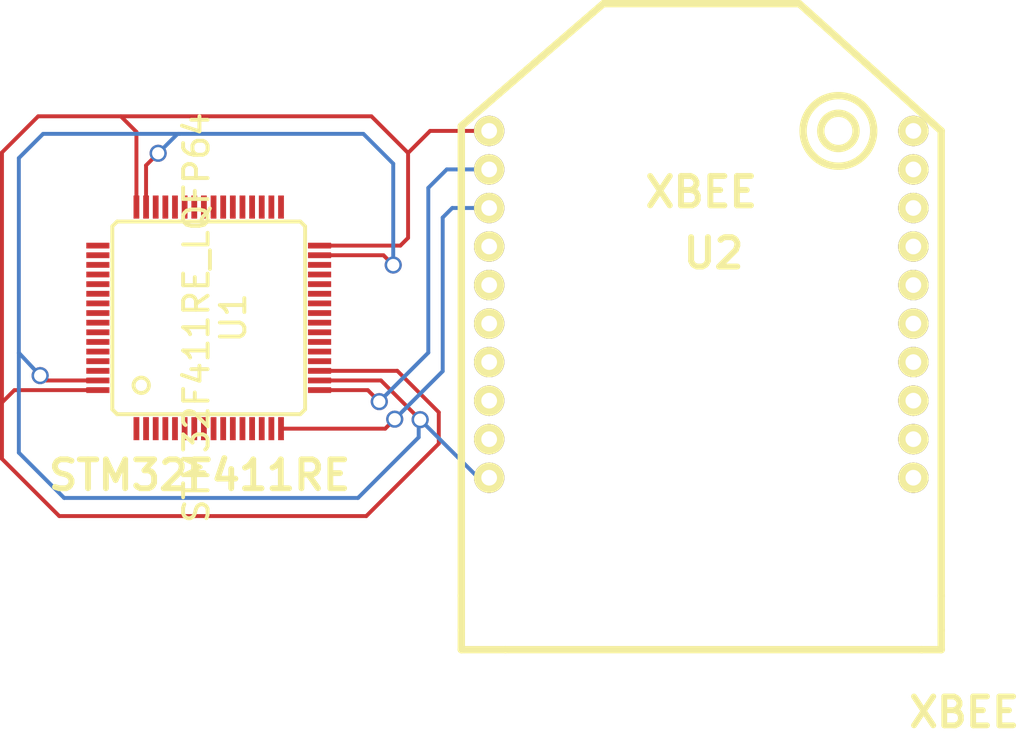
<source format=kicad_pcb>
(kicad_pcb (version 3) (host pcbnew "(2013-jul-07)-stable")

  (general
    (links 10)
    (no_connects 0)
    (area 200.914 99.568 255.117429 139.579)
    (thickness 1.6)
    (drawings 2)
    (tracks 68)
    (zones 0)
    (modules 2)
    (nets 5)
  )

  (page A3)
  (layers
    (15 F.Cu signal)
    (0 B.Cu signal)
    (16 B.Adhes user)
    (17 F.Adhes user)
    (18 B.Paste user)
    (19 F.Paste user)
    (20 B.SilkS user)
    (21 F.SilkS user)
    (22 B.Mask user)
    (23 F.Mask user)
    (24 Dwgs.User user)
    (25 Cmts.User user)
    (26 Eco1.User user)
    (27 Eco2.User user)
    (28 Edge.Cuts user)
  )

  (setup
    (last_trace_width 0.2032)
    (user_trace_width 0.1524)
    (user_trace_width 0.2032)
    (user_trace_width 0.254)
    (trace_clearance 0.1524)
    (zone_clearance 0.508)
    (zone_45_only no)
    (trace_min 0.1524)
    (segment_width 0.2)
    (edge_width 0.1)
    (via_size 0.889)
    (via_drill 0.635)
    (via_min_size 0.7112)
    (via_min_drill 0.3302)
    (uvia_size 0.508)
    (uvia_drill 0.127)
    (uvias_allowed no)
    (uvia_min_size 0.508)
    (uvia_min_drill 0.127)
    (pcb_text_width 0.3)
    (pcb_text_size 1.5 1.5)
    (mod_edge_width 0.15)
    (mod_text_size 1 1)
    (mod_text_width 0.15)
    (pad_size 1.5748 1.5748)
    (pad_drill 0.8128)
    (pad_to_mask_clearance 0)
    (aux_axis_origin 0 0)
    (visible_elements FFFFFFBF)
    (pcbplotparams
      (layerselection 3178497)
      (usegerberextensions true)
      (excludeedgelayer true)
      (linewidth 0.150000)
      (plotframeref false)
      (viasonmask false)
      (mode 1)
      (useauxorigin false)
      (hpglpennumber 1)
      (hpglpenspeed 20)
      (hpglpendiameter 15)
      (hpglpenoverlay 2)
      (psnegative false)
      (psa4output false)
      (plotreference true)
      (plotvalue true)
      (plotothertext true)
      (plotinvisibletext false)
      (padsonsilk false)
      (subtractmaskfromsilk false)
      (outputformat 1)
      (mirror false)
      (drillshape 1)
      (scaleselection 1)
      (outputdirectory ""))
  )

  (net 0 "")
  (net 1 /RADIO_RX)
  (net 2 /RADIO_TX)
  (net 3 3V3)
  (net 4 GND)

  (net_class Default "This is the default net class."
    (clearance 0.1524)
    (trace_width 0.1524)
    (via_dia 0.889)
    (via_drill 0.635)
    (uvia_dia 0.508)
    (uvia_drill 0.127)
    (add_net "")
    (add_net /RADIO_RX)
    (add_net /RADIO_TX)
    (add_net 3V3)
    (add_net GND)
  )

  (net_class Power ""
    (clearance 0.254)
    (trace_width 0.254)
    (via_dia 0.889)
    (via_drill 0.635)
    (uvia_dia 0.508)
    (uvia_drill 0.127)
  )

  (module XBee-pro (layer F.Cu) (tedit 542CF17B) (tstamp 542CF3D3)
    (at 238.506 108.204)
    (path /542CD8A3)
    (fp_text reference U2 (at 0.635 6.35) (layer F.SilkS)
      (effects (font (size 1.524 1.524) (thickness 0.3048)))
    )
    (fp_text value XBEE (at 0 3.175) (layer F.SilkS)
      (effects (font (size 1.524 1.524) (thickness 0.3048)))
    )
    (fp_line (start 12.446 25.908) (end 12.446 26.924) (layer F.SilkS) (width 0.381))
    (fp_line (start -12.446 25.908) (end -12.446 26.924) (layer F.SilkS) (width 0.381))
    (fp_line (start -12.446 24.13) (end -12.446 25.908) (layer F.SilkS) (width 0.381))
    (fp_line (start 12.446 24.13) (end 12.446 25.908) (layer F.SilkS) (width 0.381))
    (fp_circle (center 7.112 0) (end 7.874 0.508) (layer F.SilkS) (width 0.381))
    (fp_circle (center 7.112 0) (end 8.636 1.016) (layer F.SilkS) (width 0.381))
    (fp_line (start -10.16 26.924) (end -12.446 26.924) (layer F.SilkS) (width 0.381))
    (fp_line (start 5.08 -6.604) (end 12.446 0) (layer F.SilkS) (width 0.381))
    (fp_line (start 11.43 26.924) (end 12.446 26.924) (layer F.SilkS) (width 0.381))
    (fp_line (start -10.16 26.924) (end 11.43 26.924) (layer F.SilkS) (width 0.381))
    (fp_line (start -12.446 24.13) (end -12.446 -0.254) (layer F.SilkS) (width 0.381))
    (fp_line (start 12.446 0) (end 12.446 24.13) (layer F.SilkS) (width 0.381))
    (fp_line (start -12.446 -0.254) (end -5.08 -6.604) (layer F.SilkS) (width 0.381))
    (fp_line (start -5.08 -6.604) (end 5.08 -6.604) (layer F.SilkS) (width 0.381))
    (pad 20 thru_hole circle (at 11.00074 0) (size 1.5748 1.5748) (drill 0.8128)
      (layers *.Cu *.Mask F.SilkS)
    )
    (pad 16 thru_hole circle (at 11.00074 8.001) (size 1.5748 1.5748) (drill 0.8128)
      (layers *.Cu *.Mask F.SilkS)
    )
    (pad 14 thru_hole circle (at 11.00074 11.99896) (size 1.5748 1.5748) (drill 0.8128)
      (layers *.Cu *.Mask F.SilkS)
    )
    (pad 15 thru_hole circle (at 11.00074 9.99998) (size 1.5748 1.5748) (drill 0.8128)
      (layers *.Cu *.Mask F.SilkS)
    )
    (pad 18 thru_hole circle (at 11.00074 4.0005) (size 1.5748 1.5748) (drill 0.8128)
      (layers *.Cu *.Mask F.SilkS)
    )
    (pad 17 thru_hole circle (at 11.00074 5.99948) (size 1.5748 1.5748) (drill 0.8128)
      (layers *.Cu *.Mask F.SilkS)
    )
    (pad 19 thru_hole circle (at 11.00074 1.99898) (size 1.5748 1.5748) (drill 0.8128)
      (layers *.Cu *.Mask F.SilkS)
    )
    (pad 12 thru_hole circle (at 11.00074 15.99946) (size 1.5748 1.5748) (drill 0.8128)
      (layers *.Cu *.Mask F.SilkS)
    )
    (pad 11 thru_hole circle (at 11.00074 18.00098) (size 1.5748 1.5748) (drill 0.8128)
      (layers *.Cu *.Mask F.SilkS)
    )
    (pad 13 thru_hole circle (at 11.00074 14.00048) (size 1.5748 1.5748) (drill 0.8128)
      (layers *.Cu *.Mask F.SilkS)
    )
    (pad 8 thru_hole circle (at -11.00074 14.00048) (size 1.5748 1.5748) (drill 0.8128)
      (layers *.Cu *.Mask F.SilkS)
    )
    (pad 10 thru_hole circle (at -11.00074 18.00098) (size 1.5748 1.5748) (drill 0.8128)
      (layers *.Cu *.Mask F.SilkS)
      (net 4 GND)
    )
    (pad 9 thru_hole circle (at -11.00074 15.99946) (size 1.5748 1.5748) (drill 0.8128)
      (layers *.Cu *.Mask F.SilkS)
    )
    (pad 2 thru_hole circle (at -11.00074 1.99898) (size 1.5748 1.5748) (drill 0.8128)
      (layers *.Cu *.Mask F.SilkS)
      (net 1 /RADIO_RX)
    )
    (pad 4 thru_hole circle (at -11.00074 5.99948) (size 1.5748 1.5748) (drill 0.8128)
      (layers *.Cu *.Mask F.SilkS)
    )
    (pad 3 thru_hole circle (at -11.00074 4.0005) (size 1.5748 1.5748) (drill 0.8128)
      (layers *.Cu *.Mask F.SilkS)
      (net 2 /RADIO_TX)
    )
    (pad 6 thru_hole circle (at -11.00074 9.99998) (size 1.5748 1.5748) (drill 0.8128)
      (layers *.Cu *.Mask F.SilkS)
    )
    (pad 7 thru_hole circle (at -11.00074 11.99896) (size 1.5748 1.5748) (drill 0.8128)
      (layers *.Cu *.Mask F.SilkS)
    )
    (pad 5 thru_hole circle (at -11.00074 8.001) (size 1.5748 1.5748) (drill 0.8128)
      (layers *.Cu *.Mask F.SilkS)
    )
    (pad 1 thru_hole circle (at -11.00074 0) (size 1.5748 1.5748) (drill 0.8128)
      (layers *.Cu *.Mask F.SilkS)
      (net 3 3V3)
    )
    (model Radio/Xbee-pro.wrl
      (at (xyz 0 0 -0.1))
      (scale (xyz 1 1 1))
      (rotate (xyz 270 0 0))
    )
  )

  (module LQFP64 (layer F.Cu) (tedit 5216CA74) (tstamp 542CF54B)
    (at 212.959 117.907 90)
    (path /542CD87C)
    (fp_text reference U1 (at 0 1.27 90) (layer F.SilkS)
      (effects (font (size 1.27 1.27) (thickness 0.2)))
    )
    (fp_text value STM32F411RE_LQFP64 (at 0 -0.635 90) (layer F.SilkS)
      (effects (font (size 1.27 1.27) (thickness 0.2)))
    )
    (fp_line (start -5 4.75) (end -5 -4.75) (layer F.SilkS) (width 0.2))
    (fp_line (start -5 -4.75) (end -4.75 -5) (layer F.SilkS) (width 0.2))
    (fp_line (start -4.75 -5) (end 4.75 -5) (layer F.SilkS) (width 0.2))
    (fp_line (start 4.75 -5) (end 5 -4.75) (layer F.SilkS) (width 0.2))
    (fp_line (start 5 -4.75) (end 5 4.75) (layer F.SilkS) (width 0.2))
    (fp_line (start 5 4.75) (end 4.75 5) (layer F.SilkS) (width 0.2))
    (fp_line (start 4.75 5) (end -4.75 5) (layer F.SilkS) (width 0.2))
    (fp_line (start -4.75 5) (end -5 4.75) (layer F.SilkS) (width 0.2))
    (fp_circle (center -3.5 -3.5) (end -3.1 -3.5) (layer F.SilkS) (width 0.2))
    (pad 9 smd rect (at -5.75 0.25 90) (size 1.2 0.3)
      (layers F.Cu F.Paste F.Mask)
    )
    (pad 8 smd rect (at -5.75 -0.25 90) (size 1.2 0.3)
      (layers F.Cu F.Paste F.Mask)
    )
    (pad 10 smd rect (at -5.75 0.75 90) (size 1.2 0.3)
      (layers F.Cu F.Paste F.Mask)
    )
    (pad 7 smd rect (at -5.75 -0.75 90) (size 1.2 0.3)
      (layers F.Cu F.Paste F.Mask)
    )
    (pad 6 smd rect (at -5.75 -1.25 90) (size 1.2 0.3)
      (layers F.Cu F.Paste F.Mask)
    )
    (pad 5 smd rect (at -5.75 -1.75 90) (size 1.2 0.3)
      (layers F.Cu F.Paste F.Mask)
    )
    (pad 4 smd rect (at -5.75 -2.25 90) (size 1.2 0.3)
      (layers F.Cu F.Paste F.Mask)
    )
    (pad 3 smd rect (at -5.75 -2.75 90) (size 1.2 0.3)
      (layers F.Cu F.Paste F.Mask)
    )
    (pad 11 smd rect (at -5.75 1.25 90) (size 1.2 0.3)
      (layers F.Cu F.Paste F.Mask)
    )
    (pad 12 smd rect (at -5.75 1.75 90) (size 1.2 0.3)
      (layers F.Cu F.Paste F.Mask)
    )
    (pad 13 smd rect (at -5.75 2.25 90) (size 1.2 0.3)
      (layers F.Cu F.Paste F.Mask)
    )
    (pad 14 smd rect (at -5.75 2.75 90) (size 1.2 0.3)
      (layers F.Cu F.Paste F.Mask)
    )
    (pad 40 smd rect (at 5.75 0.25 90) (size 1.2 0.3)
      (layers F.Cu F.Paste F.Mask)
    )
    (pad 41 smd rect (at 5.75 -0.25 90) (size 1.2 0.3)
      (layers F.Cu F.Paste F.Mask)
    )
    (pad 39 smd rect (at 5.75 0.75 90) (size 1.2 0.3)
      (layers F.Cu F.Paste F.Mask)
    )
    (pad 38 smd rect (at 5.75 1.25 90) (size 1.2 0.3)
      (layers F.Cu F.Paste F.Mask)
    )
    (pad 37 smd rect (at 5.75 1.75 90) (size 1.2 0.3)
      (layers F.Cu F.Paste F.Mask)
    )
    (pad 36 smd rect (at 5.75 2.25 90) (size 1.2 0.3)
      (layers F.Cu F.Paste F.Mask)
    )
    (pad 35 smd rect (at 5.75 2.75 90) (size 1.2 0.3)
      (layers F.Cu F.Paste F.Mask)
    )
    (pad 42 smd rect (at 5.75 -0.75 90) (size 1.2 0.3)
      (layers F.Cu F.Paste F.Mask)
    )
    (pad 43 smd rect (at 5.75 -1.25 90) (size 1.2 0.3)
      (layers F.Cu F.Paste F.Mask)
    )
    (pad 44 smd rect (at 5.75 -1.75 90) (size 1.2 0.3)
      (layers F.Cu F.Paste F.Mask)
    )
    (pad 45 smd rect (at 5.75 -2.25 90) (size 1.2 0.3)
      (layers F.Cu F.Paste F.Mask)
    )
    (pad 46 smd rect (at 5.75 -2.75 90) (size 1.2 0.3)
      (layers F.Cu F.Paste F.Mask)
    )
    (pad 56 smd rect (at 0.25 -5.75 180) (size 1.2 0.3)
      (layers F.Cu F.Paste F.Mask)
    )
    (pad 55 smd rect (at 0.75 -5.75 180) (size 1.2 0.3)
      (layers F.Cu F.Paste F.Mask)
    )
    (pad 54 smd rect (at 1.25 -5.75 180) (size 1.2 0.3)
      (layers F.Cu F.Paste F.Mask)
    )
    (pad 53 smd rect (at 1.75 -5.75 180) (size 1.2 0.3)
      (layers F.Cu F.Paste F.Mask)
    )
    (pad 52 smd rect (at 2.25 -5.75 180) (size 1.2 0.3)
      (layers F.Cu F.Paste F.Mask)
    )
    (pad 51 smd rect (at 2.75 -5.75 180) (size 1.2 0.3)
      (layers F.Cu F.Paste F.Mask)
    )
    (pad 57 smd rect (at -0.25 -5.75 180) (size 1.2 0.3)
      (layers F.Cu F.Paste F.Mask)
    )
    (pad 58 smd rect (at -0.75 -5.75 180) (size 1.2 0.3)
      (layers F.Cu F.Paste F.Mask)
    )
    (pad 59 smd rect (at -1.25 -5.75 180) (size 1.2 0.3)
      (layers F.Cu F.Paste F.Mask)
    )
    (pad 60 smd rect (at -1.75 -5.75 180) (size 1.2 0.3)
      (layers F.Cu F.Paste F.Mask)
    )
    (pad 61 smd rect (at -2.25 -5.75 180) (size 1.2 0.3)
      (layers F.Cu F.Paste F.Mask)
    )
    (pad 62 smd rect (at -2.75 -5.75 180) (size 1.2 0.3)
      (layers F.Cu F.Paste F.Mask)
    )
    (pad 25 smd rect (at 0.25 5.75 180) (size 1.2 0.3)
      (layers F.Cu F.Paste F.Mask)
    )
    (pad 26 smd rect (at 0.75 5.75 180) (size 1.2 0.3)
      (layers F.Cu F.Paste F.Mask)
    )
    (pad 27 smd rect (at 1.25 5.75 180) (size 1.2 0.3)
      (layers F.Cu F.Paste F.Mask)
    )
    (pad 28 smd rect (at 1.75 5.75 180) (size 1.2 0.3)
      (layers F.Cu F.Paste F.Mask)
    )
    (pad 29 smd rect (at 2.25 5.75 180) (size 1.2 0.3)
      (layers F.Cu F.Paste F.Mask)
    )
    (pad 30 smd rect (at 2.75 5.75 180) (size 1.2 0.3)
      (layers F.Cu F.Paste F.Mask)
    )
    (pad 24 smd rect (at -0.25 5.75 180) (size 1.2 0.3)
      (layers F.Cu F.Paste F.Mask)
    )
    (pad 23 smd rect (at -0.75 5.75 180) (size 1.2 0.3)
      (layers F.Cu F.Paste F.Mask)
    )
    (pad 22 smd rect (at -1.25 5.75 180) (size 1.2 0.3)
      (layers F.Cu F.Paste F.Mask)
    )
    (pad 21 smd rect (at -1.75 5.75 180) (size 1.2 0.3)
      (layers F.Cu F.Paste F.Mask)
    )
    (pad 20 smd rect (at -2.25 5.75 180) (size 1.2 0.3)
      (layers F.Cu F.Paste F.Mask)
    )
    (pad 19 smd rect (at -2.75 5.75 180) (size 1.2 0.3)
      (layers F.Cu F.Paste F.Mask)
      (net 3 3V3)
    )
    (pad 50 smd rect (at 3.25 -5.75 180) (size 1.2 0.3)
      (layers F.Cu F.Paste F.Mask)
    )
    (pad 49 smd rect (at 3.75 -5.75 180) (size 1.2 0.3)
      (layers F.Cu F.Paste F.Mask)
    )
    (pad 63 smd rect (at -3.25 -5.75 180) (size 1.2 0.3)
      (layers F.Cu F.Paste F.Mask)
      (net 4 GND)
    )
    (pad 64 smd rect (at -3.75 -5.75 180) (size 1.2 0.3)
      (layers F.Cu F.Paste F.Mask)
      (net 3 3V3)
    )
    (pad 31 smd rect (at 3.25 5.75 180) (size 1.2 0.3)
      (layers F.Cu F.Paste F.Mask)
      (net 4 GND)
    )
    (pad 18 smd rect (at -3.25 5.75 180) (size 1.2 0.3)
      (layers F.Cu F.Paste F.Mask)
      (net 4 GND)
    )
    (pad 32 smd rect (at 3.75 5.75 180) (size 1.2 0.3)
      (layers F.Cu F.Paste F.Mask)
      (net 3 3V3)
    )
    (pad 17 smd rect (at -3.75 5.75 180) (size 1.2 0.3)
      (layers F.Cu F.Paste F.Mask)
      (net 1 /RADIO_RX)
    )
    (pad 15 smd rect (at -5.75 3.25 90) (size 1.2 0.3)
      (layers F.Cu F.Paste F.Mask)
    )
    (pad 16 smd rect (at -5.75 3.75 90) (size 1.2 0.3)
      (layers F.Cu F.Paste F.Mask)
      (net 2 /RADIO_TX)
    )
    (pad 2 smd rect (at -5.75 -3.25 90) (size 1.2 0.3)
      (layers F.Cu F.Paste F.Mask)
    )
    (pad 1 smd rect (at -5.75 -3.75 90) (size 1.2 0.3)
      (layers F.Cu F.Paste F.Mask)
    )
    (pad 47 smd rect (at 5.75 -3.25 90) (size 1.2 0.3)
      (layers F.Cu F.Paste F.Mask)
      (net 4 GND)
    )
    (pad 48 smd rect (at 5.75 -3.75 90) (size 1.2 0.3)
      (layers F.Cu F.Paste F.Mask)
      (net 3 3V3)
    )
    (pad 34 smd rect (at 5.75 3.25 90) (size 1.2 0.3)
      (layers F.Cu F.Paste F.Mask)
    )
    (pad 33 smd rect (at 5.75 3.75 90) (size 1.2 0.3)
      (layers F.Cu F.Paste F.Mask)
    )
    (model lqfp/lqfp64.wrl
      (at (xyz 0 0 0))
      (scale (xyz 1 1 1))
      (rotate (xyz 0 0 0))
    )
  )

  (gr_text XBEE (at 252.146 138.379) (layer F.SilkS)
    (effects (font (size 1.5 1.5) (thickness 0.3)))
  )
  (gr_text STM32F411RE (at 212.484 126.073) (layer F.SilkS)
    (effects (font (size 1.5 1.5) (thickness 0.3)))
  )

  (segment (start 218.709 121.657) (end 221.208 121.657) (width 0.2032) (layer F.Cu) (net 1))
  (segment (start 225.30602 110.20298) (end 227.50526 110.20298) (width 0.2032) (layer B.Cu) (net 1) (tstamp 542CF661))
  (segment (start 224.348 111.161) (end 225.30602 110.20298) (width 0.2032) (layer B.Cu) (net 1) (tstamp 542CF660))
  (segment (start 224.348 119.713) (end 224.348 111.161) (width 0.2032) (layer B.Cu) (net 1) (tstamp 542CF65E))
  (segment (start 221.806 122.255) (end 224.348 119.713) (width 0.2032) (layer B.Cu) (net 1) (tstamp 542CF65D))
  (via (at 221.806 122.255) (size 0.889) (layers F.Cu B.Cu) (net 1))
  (segment (start 221.208 121.657) (end 221.806 122.255) (width 0.2032) (layer F.Cu) (net 1) (tstamp 542CF65B))
  (segment (start 227.50526 112.2045) (end 225.5905 112.2045) (width 0.2032) (layer B.Cu) (net 2))
  (segment (start 222.114 123.657) (end 216.709 123.657) (width 0.2032) (layer F.Cu) (net 2) (tstamp 542CF66A))
  (segment (start 222.606 123.165) (end 222.114 123.657) (width 0.2032) (layer F.Cu) (net 2) (tstamp 542CF669))
  (via (at 222.606 123.165) (size 0.889) (layers F.Cu B.Cu) (net 2))
  (segment (start 225.095 120.676) (end 222.606 123.165) (width 0.2032) (layer B.Cu) (net 2) (tstamp 542CF666))
  (segment (start 225.095 112.7) (end 225.095 120.676) (width 0.2032) (layer B.Cu) (net 2) (tstamp 542CF665))
  (segment (start 225.5905 112.2045) (end 225.095 112.7) (width 0.2032) (layer B.Cu) (net 2) (tstamp 542CF664))
  (segment (start 227.50526 108.204) (end 224.442 108.204) (width 0.2032) (layer F.Cu) (net 3))
  (segment (start 224.442 108.204) (end 223.299 109.347) (width 0.2032) (layer F.Cu) (net 3) (tstamp 542CF650))
  (segment (start 207.209 121.657) (end 202.881 121.657) (width 0.2032) (layer F.Cu) (net 3))
  (segment (start 202.881 121.657) (end 202.235 122.303) (width 0.2032) (layer F.Cu) (net 3) (tstamp 542CF57B))
  (segment (start 209.209 112.157) (end 209.209 108.254) (width 0.2032) (layer F.Cu) (net 3))
  (segment (start 209.209 108.254) (end 208.4 107.445) (width 0.2032) (layer F.Cu) (net 3) (tstamp 542CF577))
  (segment (start 218.709 114.157) (end 222.898 114.157) (width 0.2032) (layer F.Cu) (net 3))
  (segment (start 222.74 120.657) (end 218.709 120.657) (width 0.2032) (layer F.Cu) (net 3) (tstamp 542CF573))
  (segment (start 224.892 122.809) (end 222.74 120.657) (width 0.2032) (layer F.Cu) (net 3) (tstamp 542CF571))
  (segment (start 224.892 124.435) (end 224.892 122.809) (width 0.2032) (layer F.Cu) (net 3) (tstamp 542CF56F))
  (segment (start 221.133 128.194) (end 224.892 124.435) (width 0.2032) (layer F.Cu) (net 3) (tstamp 542CF56D))
  (segment (start 205.206 128.194) (end 221.133 128.194) (width 0.2032) (layer F.Cu) (net 3) (tstamp 542CF56B))
  (segment (start 202.235 125.223) (end 205.206 128.194) (width 0.2032) (layer F.Cu) (net 3) (tstamp 542CF569))
  (segment (start 202.235 109.324) (end 202.235 122.303) (width 0.2032) (layer F.Cu) (net 3) (tstamp 542CF567))
  (segment (start 202.235 122.303) (end 202.235 125.223) (width 0.2032) (layer F.Cu) (net 3) (tstamp 542CF57D))
  (segment (start 204.114 107.445) (end 202.235 109.324) (width 0.2032) (layer F.Cu) (net 3) (tstamp 542CF565))
  (segment (start 221.397 107.445) (end 208.4 107.445) (width 0.2032) (layer F.Cu) (net 3) (tstamp 542CF563))
  (segment (start 208.4 107.445) (end 204.114 107.445) (width 0.2032) (layer F.Cu) (net 3) (tstamp 542CF579))
  (segment (start 223.299 109.347) (end 221.397 107.445) (width 0.2032) (layer F.Cu) (net 3) (tstamp 542CF561))
  (segment (start 223.299 113.756) (end 223.299 109.347) (width 0.2032) (layer F.Cu) (net 3) (tstamp 542CF560))
  (segment (start 222.898 114.157) (end 223.299 113.756) (width 0.2032) (layer F.Cu) (net 3) (tstamp 542CF55F))
  (segment (start 227.50526 126.20498) (end 226.94098 126.20498) (width 0.2032) (layer B.Cu) (net 4))
  (segment (start 226.94098 126.20498) (end 223.926 123.19) (width 0.2032) (layer B.Cu) (net 4) (tstamp 542CF658))
  (segment (start 223.85 124.105) (end 223.85 123.266) (width 0.2032) (layer B.Cu) (net 4))
  (segment (start 203.111 119.731) (end 203.111 124.904) (width 0.2032) (layer B.Cu) (net 4) (tstamp 542CF58A))
  (segment (start 205.461 127.254) (end 203.111 124.904) (width 0.2032) (layer B.Cu) (net 4) (tstamp 542CF588))
  (segment (start 220.701 127.254) (end 205.461 127.254) (width 0.2032) (layer B.Cu) (net 4) (tstamp 542CF586))
  (segment (start 223.85 124.105) (end 220.701 127.254) (width 0.2032) (layer B.Cu) (net 4) (tstamp 542CF584))
  (segment (start 223.85 123.266) (end 223.926 123.19) (width 0.2032) (layer B.Cu) (net 4) (tstamp 542CF5DD))
  (segment (start 218.709 121.157) (end 221.893 121.157) (width 0.2032) (layer F.Cu) (net 4))
  (segment (start 224.079731 123.343731) (end 224.079731 123.367548) (width 0.2032) (layer B.Cu) (net 4) (tstamp 542CF5D4))
  (segment (start 223.926 123.19) (end 224.079731 123.343731) (width 0.2032) (layer B.Cu) (net 4) (tstamp 542CF5D3))
  (segment (start 224.079731 123.367548) (end 223.865 123.154) (width 0.2032) (layer B.Cu) (net 4) (tstamp 542CF5D6))
  (via (at 223.926 123.19) (size 0.889) (layers F.Cu B.Cu) (net 4))
  (segment (start 221.893 121.157) (end 223.926 123.19) (width 0.2032) (layer F.Cu) (net 4) (tstamp 542CF5D0))
  (segment (start 204.369 108.356) (end 211.44 108.356) (width 0.2032) (layer B.Cu) (net 4) (tstamp 542CF58E))
  (segment (start 203.111 119.731) (end 203.111 109.614) (width 0.2032) (layer B.Cu) (net 4) (tstamp 542CF59E))
  (segment (start 203.111 109.614) (end 204.369 108.356) (width 0.2032) (layer B.Cu) (net 4) (tstamp 542CF58C))
  (segment (start 207.209 121.157) (end 204.545 121.157) (width 0.2032) (layer F.Cu) (net 4))
  (segment (start 204.545 121.157) (end 204.216 120.904) (width 0.2032) (layer F.Cu) (net 4) (tstamp 542CF599))
  (via (at 204.216 120.904) (size 0.889) (layers F.Cu B.Cu) (net 4))
  (segment (start 204.216 120.904) (end 203.119 119.731) (width 0.2032) (layer B.Cu) (net 4) (tstamp 542CF59B))
  (segment (start 203.119 119.731) (end 203.111 119.731) (width 0.2032) (layer B.Cu) (net 4) (tstamp 542CF59C))
  (segment (start 209.709 112.157) (end 209.709 109.993) (width 0.2032) (layer F.Cu) (net 4))
  (segment (start 211.44 108.356) (end 220.98 108.356) (width 0.2032) (layer B.Cu) (net 4) (tstamp 542CF5A5))
  (segment (start 220.98 108.356) (end 222.529 109.905) (width 0.2032) (layer B.Cu) (net 4) (tstamp 542CF590))
  (segment (start 222.529 109.905) (end 222.529 115.164) (width 0.2032) (layer B.Cu) (net 4) (tstamp 542CF592))
  (via (at 222.529 115.164) (size 0.889) (layers F.Cu B.Cu) (net 4))
  (segment (start 222.529 115.164) (end 222.022 114.657) (width 0.2032) (layer F.Cu) (net 4) (tstamp 542CF595))
  (segment (start 222.022 114.657) (end 218.709 114.657) (width 0.2032) (layer F.Cu) (net 4) (tstamp 542CF596))
  (segment (start 209.709 109.993) (end 210.337 109.365) (width 0.2032) (layer F.Cu) (net 4) (tstamp 542CF5A0))
  (via (at 210.337 109.365) (size 0.889) (layers F.Cu B.Cu) (net 4))
  (segment (start 210.337 109.365) (end 211.346 108.356) (width 0.2032) (layer B.Cu) (net 4) (tstamp 542CF5A2))
  (segment (start 211.346 108.356) (end 211.44 108.356) (width 0.2032) (layer B.Cu) (net 4) (tstamp 542CF5A3))

)

</source>
